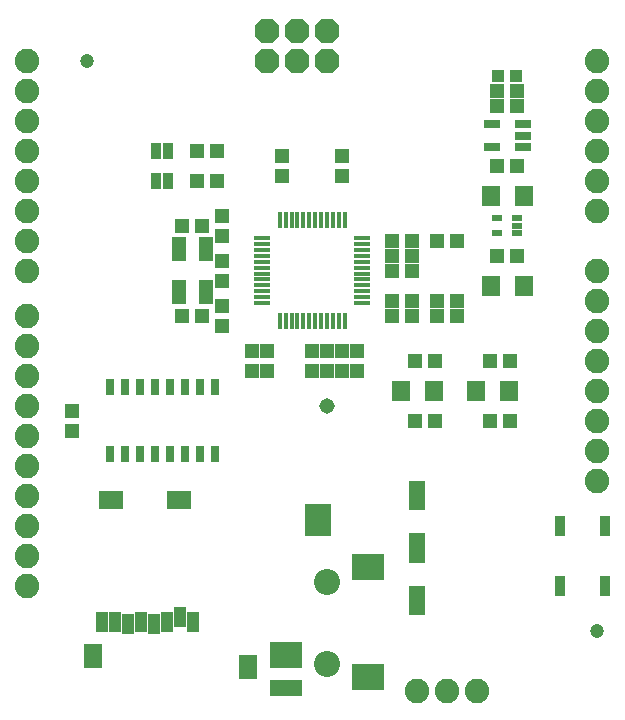
<source format=gbr>
G04 EAGLE Gerber RS-274X export*
G75*
%MOMM*%
%FSLAX34Y34*%
%LPD*%
%INSoldermask Top*%
%IPPOS*%
%AMOC8*
5,1,8,0,0,1.08239X$1,22.5*%
G01*
%ADD10R,1.403200X0.753200*%
%ADD11R,1.303200X1.203200*%
%ADD12R,1.603200X1.803200*%
%ADD13R,1.003200X1.003200*%
%ADD14R,0.457200X1.346200*%
%ADD15R,1.346200X0.457200*%
%ADD16R,1.303200X2.103200*%
%ADD17R,1.203200X1.303200*%
%ADD18R,0.953200X0.603200*%
%ADD19C,1.203200*%
%ADD20R,0.965200X1.727200*%
%ADD21R,2.703200X2.203200*%
%ADD22R,2.203200X2.703200*%
%ADD23R,2.703200X1.403200*%
%ADD24C,2.203200*%
%ADD25R,0.838200X1.473200*%
%ADD26C,2.082800*%
%ADD27R,2.003200X1.603200*%
%ADD28R,1.603200X2.103200*%
%ADD29R,1.003200X1.703200*%
%ADD30R,0.803200X1.403200*%
%ADD31P,2.254402X8X22.500000*%
%ADD32R,1.473200X0.838200*%
%ADD33C,1.311200*%


D10*
X444801Y473100D03*
X444801Y482600D03*
X444801Y492100D03*
X418799Y492100D03*
X418799Y473100D03*
D11*
X423300Y457200D03*
X440300Y457200D03*
D12*
X445800Y431800D03*
X417800Y431800D03*
D11*
X440300Y520700D03*
X423300Y520700D03*
D13*
X424300Y533400D03*
X439300Y533400D03*
D14*
X294200Y410800D03*
X289200Y410800D03*
X284200Y410800D03*
X279200Y410800D03*
X274200Y410800D03*
X269200Y410800D03*
X264200Y410800D03*
X259200Y410800D03*
X254200Y410800D03*
X249200Y410800D03*
X244200Y410800D03*
X239200Y410800D03*
D15*
X224200Y395800D03*
X224200Y390800D03*
X224200Y385800D03*
X224200Y380800D03*
X224200Y375800D03*
X224200Y370800D03*
X224200Y365800D03*
X224200Y360800D03*
X224200Y355800D03*
X224200Y350800D03*
X224200Y345800D03*
X224200Y340800D03*
D14*
X239200Y325800D03*
X244200Y325800D03*
X249200Y325800D03*
X254200Y325800D03*
X259200Y325800D03*
X264200Y325800D03*
X269200Y325800D03*
X274200Y325800D03*
X279200Y325800D03*
X284200Y325800D03*
X289200Y325800D03*
X294200Y325800D03*
D15*
X309200Y340800D03*
X309200Y345800D03*
X309200Y350800D03*
X309200Y355800D03*
X309200Y360800D03*
X309200Y365800D03*
X309200Y370800D03*
X309200Y375800D03*
X309200Y380800D03*
X309200Y385800D03*
X309200Y390800D03*
X309200Y395800D03*
D12*
X445800Y355600D03*
X417800Y355600D03*
D11*
X423300Y381000D03*
X440300Y381000D03*
X156600Y330200D03*
X173600Y330200D03*
X173600Y406400D03*
X156600Y406400D03*
D16*
X153600Y386800D03*
X176600Y349800D03*
X176600Y386800D03*
X153600Y349800D03*
D17*
X190500Y376800D03*
X190500Y359800D03*
D11*
X351400Y381000D03*
X334400Y381000D03*
D17*
X228600Y300600D03*
X228600Y283600D03*
X241300Y465700D03*
X241300Y448700D03*
X292100Y448700D03*
X292100Y465700D03*
D11*
X351400Y330200D03*
X334400Y330200D03*
X351400Y393700D03*
X334400Y393700D03*
X351400Y342900D03*
X334400Y342900D03*
X372500Y330200D03*
X389500Y330200D03*
X372500Y393700D03*
X389500Y393700D03*
X372500Y342900D03*
X389500Y342900D03*
D17*
X292100Y283600D03*
X292100Y300600D03*
X279400Y283600D03*
X279400Y300600D03*
D18*
X440050Y399900D03*
X440050Y406400D03*
X440050Y412900D03*
X423550Y412900D03*
X423550Y399900D03*
D19*
X76200Y546100D03*
X508000Y63500D03*
D20*
X476250Y101600D03*
X476250Y152400D03*
X514350Y101600D03*
X514350Y152400D03*
D11*
X423300Y508000D03*
X440300Y508000D03*
D17*
X190500Y338700D03*
X190500Y321700D03*
X190500Y397900D03*
X190500Y414900D03*
X215900Y283600D03*
X215900Y300600D03*
X304800Y283600D03*
X304800Y300600D03*
D11*
X334400Y368300D03*
X351400Y368300D03*
D17*
X266700Y300600D03*
X266700Y283600D03*
D11*
X169300Y469900D03*
X186300Y469900D03*
D21*
X313900Y24000D03*
X313900Y117000D03*
X244900Y43000D03*
D22*
X271900Y157500D03*
D23*
X244900Y15000D03*
D24*
X279400Y35000D03*
X279400Y105000D03*
D25*
X134620Y469900D03*
X144780Y469900D03*
D26*
X355600Y12700D03*
X381000Y12700D03*
X406400Y12700D03*
D27*
X153700Y173800D03*
X96700Y173800D03*
D28*
X80700Y42300D03*
X212200Y32300D03*
D29*
X165600Y70800D03*
X154600Y74800D03*
X143600Y70800D03*
X132600Y68800D03*
X121600Y70800D03*
X110600Y68800D03*
X99600Y70800D03*
X88600Y70800D03*
D30*
X95250Y213300D03*
X107950Y213300D03*
X120650Y213300D03*
X133350Y213300D03*
X146050Y213300D03*
X158750Y213300D03*
X171450Y213300D03*
X184150Y213300D03*
X184150Y269300D03*
X171450Y269300D03*
X158750Y269300D03*
X146050Y269300D03*
X133350Y269300D03*
X120650Y269300D03*
X107950Y269300D03*
X95250Y269300D03*
D25*
X144780Y444500D03*
X134620Y444500D03*
D11*
X186300Y444500D03*
X169300Y444500D03*
D17*
X63500Y232800D03*
X63500Y249800D03*
D26*
X508000Y241300D03*
X508000Y266700D03*
X508000Y292100D03*
X508000Y317500D03*
X508000Y342900D03*
X508000Y368300D03*
X508000Y419100D03*
X508000Y444500D03*
X508000Y469900D03*
X508000Y495300D03*
X508000Y520700D03*
X508000Y546100D03*
X25400Y546100D03*
X25400Y520700D03*
X25400Y495300D03*
X25400Y469900D03*
X25400Y444500D03*
X25400Y419100D03*
X25400Y393700D03*
X25400Y368300D03*
X25400Y330200D03*
X25400Y304800D03*
X25400Y279400D03*
X25400Y254000D03*
X25400Y228600D03*
X25400Y203200D03*
X25400Y177800D03*
X25400Y152400D03*
X25400Y127000D03*
X25400Y101600D03*
X508000Y215900D03*
X508000Y190500D03*
D11*
X370450Y241300D03*
X353450Y241300D03*
X433950Y241300D03*
X416950Y241300D03*
X353450Y292100D03*
X370450Y292100D03*
X416950Y292100D03*
X433950Y292100D03*
D12*
X369600Y266700D03*
X341600Y266700D03*
X433100Y266700D03*
X405100Y266700D03*
D31*
X228600Y546100D03*
X228600Y571500D03*
X254000Y546100D03*
X254000Y571500D03*
X279400Y546100D03*
X279400Y571500D03*
D32*
X355600Y80772D03*
X355600Y88900D03*
X355600Y97028D03*
X355600Y125222D03*
X355600Y133350D03*
X355600Y141478D03*
X355600Y169672D03*
X355600Y177800D03*
X355600Y185928D03*
D33*
X279400Y254000D03*
M02*

</source>
